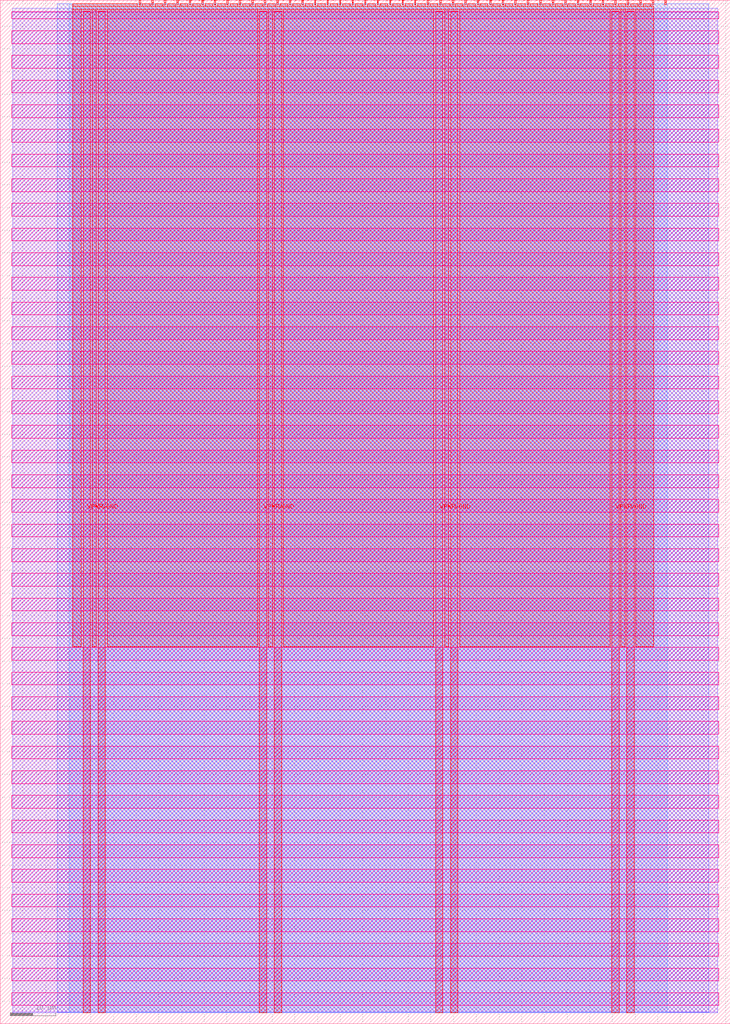
<source format=lef>
VERSION 5.7 ;
  NOWIREEXTENSIONATPIN ON ;
  DIVIDERCHAR "/" ;
  BUSBITCHARS "[]" ;
MACRO tt_um_dlfloatmac
  CLASS BLOCK ;
  FOREIGN tt_um_dlfloatmac ;
  ORIGIN 0.000 0.000 ;
  SIZE 161.000 BY 225.760 ;
  PIN VGND
    DIRECTION INOUT ;
    USE GROUND ;
    PORT
      LAYER met4 ;
        RECT 21.580 2.480 23.180 223.280 ;
    END
    PORT
      LAYER met4 ;
        RECT 60.450 2.480 62.050 223.280 ;
    END
    PORT
      LAYER met4 ;
        RECT 99.320 2.480 100.920 223.280 ;
    END
    PORT
      LAYER met4 ;
        RECT 138.190 2.480 139.790 223.280 ;
    END
  END VGND
  PIN VPWR
    DIRECTION INOUT ;
    USE POWER ;
    PORT
      LAYER met4 ;
        RECT 18.280 2.480 19.880 223.280 ;
    END
    PORT
      LAYER met4 ;
        RECT 57.150 2.480 58.750 223.280 ;
    END
    PORT
      LAYER met4 ;
        RECT 96.020 2.480 97.620 223.280 ;
    END
    PORT
      LAYER met4 ;
        RECT 134.890 2.480 136.490 223.280 ;
    END
  END VPWR
  PIN clk
    DIRECTION INPUT ;
    USE SIGNAL ;
    ANTENNAGATEAREA 0.852000 ;
    PORT
      LAYER met4 ;
        RECT 143.830 224.760 144.130 225.760 ;
    END
  END clk
  PIN ena
    DIRECTION INPUT ;
    USE SIGNAL ;
    PORT
      LAYER met4 ;
        RECT 146.590 224.760 146.890 225.760 ;
    END
  END ena
  PIN rst_n
    DIRECTION INPUT ;
    USE SIGNAL ;
    ANTENNAGATEAREA 0.213000 ;
    PORT
      LAYER met4 ;
        RECT 141.070 224.760 141.370 225.760 ;
    END
  END rst_n
  PIN ui_in[0]
    DIRECTION INPUT ;
    USE SIGNAL ;
    ANTENNAGATEAREA 0.196500 ;
    PORT
      LAYER met4 ;
        RECT 138.310 224.760 138.610 225.760 ;
    END
  END ui_in[0]
  PIN ui_in[1]
    DIRECTION INPUT ;
    USE SIGNAL ;
    ANTENNAGATEAREA 0.196500 ;
    PORT
      LAYER met4 ;
        RECT 135.550 224.760 135.850 225.760 ;
    END
  END ui_in[1]
  PIN ui_in[2]
    DIRECTION INPUT ;
    USE SIGNAL ;
    ANTENNAGATEAREA 0.196500 ;
    PORT
      LAYER met4 ;
        RECT 132.790 224.760 133.090 225.760 ;
    END
  END ui_in[2]
  PIN ui_in[3]
    DIRECTION INPUT ;
    USE SIGNAL ;
    ANTENNAGATEAREA 0.196500 ;
    PORT
      LAYER met4 ;
        RECT 130.030 224.760 130.330 225.760 ;
    END
  END ui_in[3]
  PIN ui_in[4]
    DIRECTION INPUT ;
    USE SIGNAL ;
    ANTENNAGATEAREA 0.196500 ;
    PORT
      LAYER met4 ;
        RECT 127.270 224.760 127.570 225.760 ;
    END
  END ui_in[4]
  PIN ui_in[5]
    DIRECTION INPUT ;
    USE SIGNAL ;
    ANTENNAGATEAREA 0.196500 ;
    PORT
      LAYER met4 ;
        RECT 124.510 224.760 124.810 225.760 ;
    END
  END ui_in[5]
  PIN ui_in[6]
    DIRECTION INPUT ;
    USE SIGNAL ;
    ANTENNAGATEAREA 0.196500 ;
    PORT
      LAYER met4 ;
        RECT 121.750 224.760 122.050 225.760 ;
    END
  END ui_in[6]
  PIN ui_in[7]
    DIRECTION INPUT ;
    USE SIGNAL ;
    ANTENNAGATEAREA 0.196500 ;
    PORT
      LAYER met4 ;
        RECT 118.990 224.760 119.290 225.760 ;
    END
  END ui_in[7]
  PIN uio_in[0]
    DIRECTION INPUT ;
    USE SIGNAL ;
    ANTENNAGATEAREA 0.196500 ;
    PORT
      LAYER met4 ;
        RECT 116.230 224.760 116.530 225.760 ;
    END
  END uio_in[0]
  PIN uio_in[1]
    DIRECTION INPUT ;
    USE SIGNAL ;
    ANTENNAGATEAREA 0.196500 ;
    PORT
      LAYER met4 ;
        RECT 113.470 224.760 113.770 225.760 ;
    END
  END uio_in[1]
  PIN uio_in[2]
    DIRECTION INPUT ;
    USE SIGNAL ;
    ANTENNAGATEAREA 0.196500 ;
    PORT
      LAYER met4 ;
        RECT 110.710 224.760 111.010 225.760 ;
    END
  END uio_in[2]
  PIN uio_in[3]
    DIRECTION INPUT ;
    USE SIGNAL ;
    ANTENNAGATEAREA 0.196500 ;
    PORT
      LAYER met4 ;
        RECT 107.950 224.760 108.250 225.760 ;
    END
  END uio_in[3]
  PIN uio_in[4]
    DIRECTION INPUT ;
    USE SIGNAL ;
    ANTENNAGATEAREA 0.196500 ;
    PORT
      LAYER met4 ;
        RECT 105.190 224.760 105.490 225.760 ;
    END
  END uio_in[4]
  PIN uio_in[5]
    DIRECTION INPUT ;
    USE SIGNAL ;
    ANTENNAGATEAREA 0.196500 ;
    PORT
      LAYER met4 ;
        RECT 102.430 224.760 102.730 225.760 ;
    END
  END uio_in[5]
  PIN uio_in[6]
    DIRECTION INPUT ;
    USE SIGNAL ;
    ANTENNAGATEAREA 0.196500 ;
    PORT
      LAYER met4 ;
        RECT 99.670 224.760 99.970 225.760 ;
    END
  END uio_in[6]
  PIN uio_in[7]
    DIRECTION INPUT ;
    USE SIGNAL ;
    ANTENNAGATEAREA 0.196500 ;
    PORT
      LAYER met4 ;
        RECT 96.910 224.760 97.210 225.760 ;
    END
  END uio_in[7]
  PIN uio_oe[0]
    DIRECTION OUTPUT ;
    USE SIGNAL ;
    ANTENNADIFFAREA 0.445500 ;
    PORT
      LAYER met4 ;
        RECT 49.990 224.760 50.290 225.760 ;
    END
  END uio_oe[0]
  PIN uio_oe[1]
    DIRECTION OUTPUT ;
    USE SIGNAL ;
    ANTENNADIFFAREA 0.445500 ;
    PORT
      LAYER met4 ;
        RECT 47.230 224.760 47.530 225.760 ;
    END
  END uio_oe[1]
  PIN uio_oe[2]
    DIRECTION OUTPUT ;
    USE SIGNAL ;
    ANTENNADIFFAREA 0.445500 ;
    PORT
      LAYER met4 ;
        RECT 44.470 224.760 44.770 225.760 ;
    END
  END uio_oe[2]
  PIN uio_oe[3]
    DIRECTION OUTPUT ;
    USE SIGNAL ;
    ANTENNADIFFAREA 0.445500 ;
    PORT
      LAYER met4 ;
        RECT 41.710 224.760 42.010 225.760 ;
    END
  END uio_oe[3]
  PIN uio_oe[4]
    DIRECTION OUTPUT ;
    USE SIGNAL ;
    ANTENNADIFFAREA 0.445500 ;
    PORT
      LAYER met4 ;
        RECT 38.950 224.760 39.250 225.760 ;
    END
  END uio_oe[4]
  PIN uio_oe[5]
    DIRECTION OUTPUT ;
    USE SIGNAL ;
    ANTENNADIFFAREA 0.445500 ;
    PORT
      LAYER met4 ;
        RECT 36.190 224.760 36.490 225.760 ;
    END
  END uio_oe[5]
  PIN uio_oe[6]
    DIRECTION OUTPUT ;
    USE SIGNAL ;
    ANTENNADIFFAREA 0.445500 ;
    PORT
      LAYER met4 ;
        RECT 33.430 224.760 33.730 225.760 ;
    END
  END uio_oe[6]
  PIN uio_oe[7]
    DIRECTION OUTPUT ;
    USE SIGNAL ;
    ANTENNADIFFAREA 0.445500 ;
    PORT
      LAYER met4 ;
        RECT 30.670 224.760 30.970 225.760 ;
    END
  END uio_oe[7]
  PIN uio_out[0]
    DIRECTION OUTPUT ;
    USE SIGNAL ;
    ANTENNADIFFAREA 0.445500 ;
    PORT
      LAYER met4 ;
        RECT 72.070 224.760 72.370 225.760 ;
    END
  END uio_out[0]
  PIN uio_out[1]
    DIRECTION OUTPUT ;
    USE SIGNAL ;
    ANTENNADIFFAREA 0.445500 ;
    PORT
      LAYER met4 ;
        RECT 69.310 224.760 69.610 225.760 ;
    END
  END uio_out[1]
  PIN uio_out[2]
    DIRECTION OUTPUT ;
    USE SIGNAL ;
    ANTENNADIFFAREA 0.445500 ;
    PORT
      LAYER met4 ;
        RECT 66.550 224.760 66.850 225.760 ;
    END
  END uio_out[2]
  PIN uio_out[3]
    DIRECTION OUTPUT ;
    USE SIGNAL ;
    ANTENNADIFFAREA 0.445500 ;
    PORT
      LAYER met4 ;
        RECT 63.790 224.760 64.090 225.760 ;
    END
  END uio_out[3]
  PIN uio_out[4]
    DIRECTION OUTPUT ;
    USE SIGNAL ;
    ANTENNADIFFAREA 0.445500 ;
    PORT
      LAYER met4 ;
        RECT 61.030 224.760 61.330 225.760 ;
    END
  END uio_out[4]
  PIN uio_out[5]
    DIRECTION OUTPUT ;
    USE SIGNAL ;
    ANTENNADIFFAREA 0.445500 ;
    PORT
      LAYER met4 ;
        RECT 58.270 224.760 58.570 225.760 ;
    END
  END uio_out[5]
  PIN uio_out[6]
    DIRECTION OUTPUT ;
    USE SIGNAL ;
    ANTENNADIFFAREA 0.445500 ;
    PORT
      LAYER met4 ;
        RECT 55.510 224.760 55.810 225.760 ;
    END
  END uio_out[6]
  PIN uio_out[7]
    DIRECTION OUTPUT ;
    USE SIGNAL ;
    ANTENNADIFFAREA 0.445500 ;
    PORT
      LAYER met4 ;
        RECT 52.750 224.760 53.050 225.760 ;
    END
  END uio_out[7]
  PIN uo_out[0]
    DIRECTION OUTPUT ;
    USE SIGNAL ;
    ANTENNADIFFAREA 0.891000 ;
    PORT
      LAYER met4 ;
        RECT 94.150 224.760 94.450 225.760 ;
    END
  END uo_out[0]
  PIN uo_out[1]
    DIRECTION OUTPUT ;
    USE SIGNAL ;
    ANTENNADIFFAREA 0.891000 ;
    PORT
      LAYER met4 ;
        RECT 91.390 224.760 91.690 225.760 ;
    END
  END uo_out[1]
  PIN uo_out[2]
    DIRECTION OUTPUT ;
    USE SIGNAL ;
    ANTENNADIFFAREA 0.891000 ;
    PORT
      LAYER met4 ;
        RECT 88.630 224.760 88.930 225.760 ;
    END
  END uo_out[2]
  PIN uo_out[3]
    DIRECTION OUTPUT ;
    USE SIGNAL ;
    ANTENNADIFFAREA 0.891000 ;
    PORT
      LAYER met4 ;
        RECT 85.870 224.760 86.170 225.760 ;
    END
  END uo_out[3]
  PIN uo_out[4]
    DIRECTION OUTPUT ;
    USE SIGNAL ;
    ANTENNADIFFAREA 0.891000 ;
    PORT
      LAYER met4 ;
        RECT 83.110 224.760 83.410 225.760 ;
    END
  END uo_out[4]
  PIN uo_out[5]
    DIRECTION OUTPUT ;
    USE SIGNAL ;
    ANTENNADIFFAREA 0.891000 ;
    PORT
      LAYER met4 ;
        RECT 80.350 224.760 80.650 225.760 ;
    END
  END uo_out[5]
  PIN uo_out[6]
    DIRECTION OUTPUT ;
    USE SIGNAL ;
    ANTENNADIFFAREA 0.891000 ;
    PORT
      LAYER met4 ;
        RECT 77.590 224.760 77.890 225.760 ;
    END
  END uo_out[6]
  PIN uo_out[7]
    DIRECTION OUTPUT ;
    USE SIGNAL ;
    ANTENNADIFFAREA 0.891000 ;
    PORT
      LAYER met4 ;
        RECT 74.830 224.760 75.130 225.760 ;
    END
  END uo_out[7]
  OBS
      LAYER nwell ;
        RECT 2.570 221.625 158.430 223.230 ;
        RECT 2.570 216.185 158.430 219.015 ;
        RECT 2.570 210.745 158.430 213.575 ;
        RECT 2.570 205.305 158.430 208.135 ;
        RECT 2.570 199.865 158.430 202.695 ;
        RECT 2.570 194.425 158.430 197.255 ;
        RECT 2.570 188.985 158.430 191.815 ;
        RECT 2.570 183.545 158.430 186.375 ;
        RECT 2.570 178.105 158.430 180.935 ;
        RECT 2.570 172.665 158.430 175.495 ;
        RECT 2.570 167.225 158.430 170.055 ;
        RECT 2.570 161.785 158.430 164.615 ;
        RECT 2.570 156.345 158.430 159.175 ;
        RECT 2.570 150.905 158.430 153.735 ;
        RECT 2.570 145.465 158.430 148.295 ;
        RECT 2.570 140.025 158.430 142.855 ;
        RECT 2.570 134.585 158.430 137.415 ;
        RECT 2.570 129.145 158.430 131.975 ;
        RECT 2.570 123.705 158.430 126.535 ;
        RECT 2.570 118.265 158.430 121.095 ;
        RECT 2.570 112.825 158.430 115.655 ;
        RECT 2.570 107.385 158.430 110.215 ;
        RECT 2.570 101.945 158.430 104.775 ;
        RECT 2.570 96.505 158.430 99.335 ;
        RECT 2.570 91.065 158.430 93.895 ;
        RECT 2.570 85.625 158.430 88.455 ;
        RECT 2.570 80.185 158.430 83.015 ;
        RECT 2.570 74.745 158.430 77.575 ;
        RECT 2.570 69.305 158.430 72.135 ;
        RECT 2.570 63.865 158.430 66.695 ;
        RECT 2.570 58.425 158.430 61.255 ;
        RECT 2.570 52.985 158.430 55.815 ;
        RECT 2.570 47.545 158.430 50.375 ;
        RECT 2.570 42.105 158.430 44.935 ;
        RECT 2.570 36.665 158.430 39.495 ;
        RECT 2.570 31.225 158.430 34.055 ;
        RECT 2.570 25.785 158.430 28.615 ;
        RECT 2.570 20.345 158.430 23.175 ;
        RECT 2.570 14.905 158.430 17.735 ;
        RECT 2.570 9.465 158.430 12.295 ;
        RECT 2.570 4.025 158.430 6.855 ;
      LAYER li1 ;
        RECT 2.760 2.635 158.240 223.125 ;
      LAYER met1 ;
        RECT 2.760 2.480 158.240 224.020 ;
      LAYER met2 ;
        RECT 12.520 2.535 156.300 224.925 ;
      LAYER met3 ;
        RECT 15.245 2.555 147.135 224.905 ;
      LAYER met4 ;
        RECT 15.935 224.360 30.270 224.905 ;
        RECT 31.370 224.360 33.030 224.905 ;
        RECT 34.130 224.360 35.790 224.905 ;
        RECT 36.890 224.360 38.550 224.905 ;
        RECT 39.650 224.360 41.310 224.905 ;
        RECT 42.410 224.360 44.070 224.905 ;
        RECT 45.170 224.360 46.830 224.905 ;
        RECT 47.930 224.360 49.590 224.905 ;
        RECT 50.690 224.360 52.350 224.905 ;
        RECT 53.450 224.360 55.110 224.905 ;
        RECT 56.210 224.360 57.870 224.905 ;
        RECT 58.970 224.360 60.630 224.905 ;
        RECT 61.730 224.360 63.390 224.905 ;
        RECT 64.490 224.360 66.150 224.905 ;
        RECT 67.250 224.360 68.910 224.905 ;
        RECT 70.010 224.360 71.670 224.905 ;
        RECT 72.770 224.360 74.430 224.905 ;
        RECT 75.530 224.360 77.190 224.905 ;
        RECT 78.290 224.360 79.950 224.905 ;
        RECT 81.050 224.360 82.710 224.905 ;
        RECT 83.810 224.360 85.470 224.905 ;
        RECT 86.570 224.360 88.230 224.905 ;
        RECT 89.330 224.360 90.990 224.905 ;
        RECT 92.090 224.360 93.750 224.905 ;
        RECT 94.850 224.360 96.510 224.905 ;
        RECT 97.610 224.360 99.270 224.905 ;
        RECT 100.370 224.360 102.030 224.905 ;
        RECT 103.130 224.360 104.790 224.905 ;
        RECT 105.890 224.360 107.550 224.905 ;
        RECT 108.650 224.360 110.310 224.905 ;
        RECT 111.410 224.360 113.070 224.905 ;
        RECT 114.170 224.360 115.830 224.905 ;
        RECT 116.930 224.360 118.590 224.905 ;
        RECT 119.690 224.360 121.350 224.905 ;
        RECT 122.450 224.360 124.110 224.905 ;
        RECT 125.210 224.360 126.870 224.905 ;
        RECT 127.970 224.360 129.630 224.905 ;
        RECT 130.730 224.360 132.390 224.905 ;
        RECT 133.490 224.360 135.150 224.905 ;
        RECT 136.250 224.360 137.910 224.905 ;
        RECT 139.010 224.360 140.670 224.905 ;
        RECT 141.770 224.360 143.430 224.905 ;
        RECT 15.935 223.680 144.145 224.360 ;
        RECT 15.935 83.135 17.880 223.680 ;
        RECT 20.280 83.135 21.180 223.680 ;
        RECT 23.580 83.135 56.750 223.680 ;
        RECT 59.150 83.135 60.050 223.680 ;
        RECT 62.450 83.135 95.620 223.680 ;
        RECT 98.020 83.135 98.920 223.680 ;
        RECT 101.320 83.135 134.490 223.680 ;
        RECT 136.890 83.135 137.790 223.680 ;
        RECT 140.190 83.135 144.145 223.680 ;
  END
END tt_um_dlfloatmac
END LIBRARY


</source>
